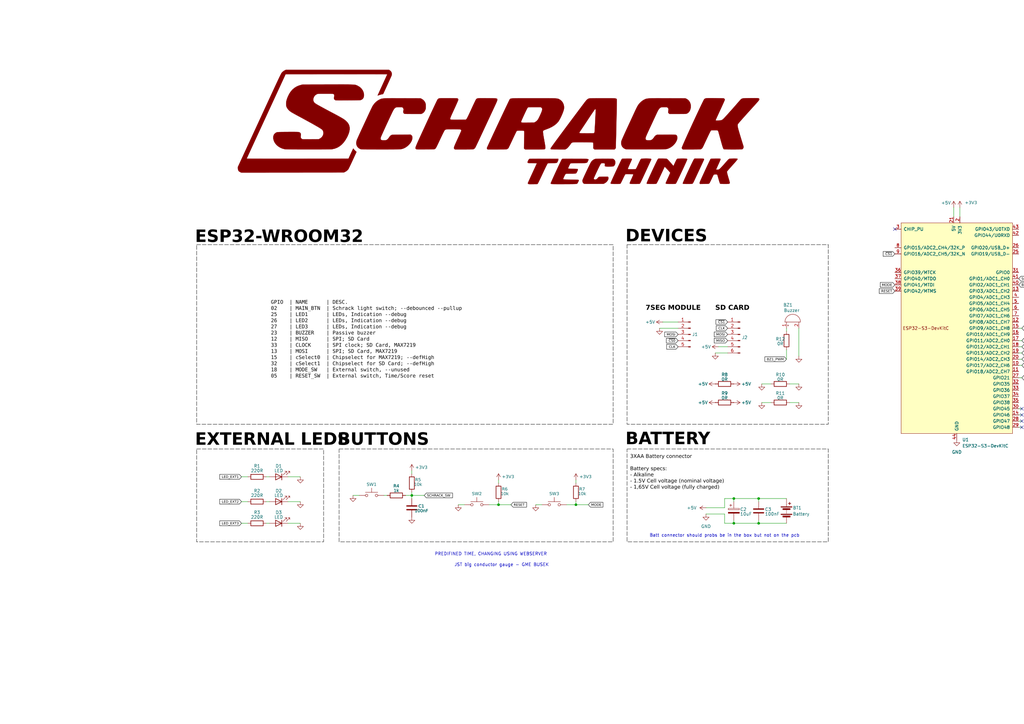
<source format=kicad_sch>
(kicad_sch (version 20231120) (generator "eeschema") (generator_version "8.0")
  (paper "A3")
  (title_block (title "SchrackStopwatch") (date "2024-08-14") (rev "v.1.0.0") (company "SPS NA PROSEKU") (comment 1 "SAVVA POPOV"))
  (lib_symbols
    (symbol "Connector:Conn_01x05_Pin" (pin_names (offset 1.016) hide)
      (property "Reference" "J" (at 0 7.62 0))
      (property "Value" "Conn_01x05_Pin" (at 0 -7.62 0))
      (symbol "Conn_01x05_Pin_1_1"
        (pin passive line (at 5.08 5.08 180) (length 3.81) (name "Pin_1") (number "1"))
        (pin passive line (at 5.08 2.54 180) (length 3.81) (name "Pin_2") (number "2"))
        (pin passive line (at 5.08 0 180) (length 3.81) (name "Pin_3") (number "3"))
        (pin passive line (at 5.08 -2.54 180) (length 3.81) (name "Pin_4") (number "4"))
        (pin passive line (at 5.08 -5.08 180) (length 3.81) (name "Pin_5") (number "5"))
      )
    )
    (symbol "Connector:Conn_01x06_Pin" (pin_names (offset 1.016) hide)
      (property "Reference" "J" (at 0 7.62 0))
      (property "Value" "Conn_01x06_Pin" (at 0 -10.16 0))
      (symbol "Conn_01x06_Pin_1_1"
        (pin passive line (at 5.08 5.08 180) (length 3.81) (name "Pin_1") (number "1"))
        (pin passive line (at 5.08 2.54 180) (length 3.81) (name "Pin_2") (number "2"))
        (pin passive line (at 5.08 0 180) (length 3.81) (name "Pin_3") (number "3"))
        (pin passive line (at 5.08 -2.54 180) (length 3.81) (name "Pin_4") (number "4"))
        (pin passive line (at 5.08 -5.08 180) (length 3.81) (name "Pin_5") (number "5"))
        (pin passive line (at 5.08 -7.62 180) (length 3.81) (name "Pin_6") (number "6"))
      )
    )
    (symbol "Device:Battery" (pin_numbers hide) (pin_names (offset 0) hide)
      (property "Reference" "BT" (at 2.54 2.54 0))
      (property "Value" "Battery" (at 2.54 0 0))
      (symbol "Battery_1_1"
        (pin passive line (at 0 5.08 270) (length 2.54) (name "+") (number "1"))
        (pin passive line (at 0 -5.08 90) (length 2.54) (name "-") (number "2"))
      )
    )
    (symbol "Device:Buzzer" (pin_names (offset 0.0254) hide)
      (property "Reference" "BZ" (at 3.81 1.27 0))
      (property "Value" "Buzzer" (at 3.81 -1.27 0))
      (symbol "Buzzer_1_1"
        (pin passive line (at -2.54 2.54 0) (length 2.54) (name "+") (number "1"))
        (pin passive line (at -2.54 -2.54 0) (length 2.54) (name "-") (number "2"))
      )
    )
    (symbol "Device:C" (pin_numbers hide) (pin_names (offset 0.254))
      (property "Reference" "C" (at 0.635 2.54 0))
      (property "Value" "C" (at 0.635 -2.54 0))
      (symbol "C_1_1"
        (pin passive line (at 0 3.81 270) (length 2.794) (name "~") (number "1"))
        (pin passive line (at 0 -3.81 90) (length 2.794) (name "~") (number "2"))
      )
    )
    (symbol "Device:C_Polarized" (pin_numbers hide) (pin_names (offset 0.254))
      (property "Reference" "C" (at 0.635 2.54 0))
      (property "Value" "C_Polarized" (at 0.635 -2.54 0))
      (symbol "C_Polarized_1_1"
        (pin passive line (at 0 3.81 270) (length 2.794) (name "~") (number "1"))
        (pin passive line (at 0 -3.81 90) (length 2.794) (name "~") (number "2"))
      )
    )
    (symbol "Device:LED" (pin_numbers hide) (pin_names (offset 1.016) hide)
      (property "Reference" "D" (at 0 2.54 0))
      (property "Value" "LED" (at 0 -2.54 0))
      (symbol "LED_1_1"
        (pin passive line (at -3.81 0 0) (length 2.54) (name "K") (number "1"))
        (pin passive line (at 3.81 0 180) (length 2.54) (name "A") (number "2"))
      )
    )
    (symbol "Device:R" (pin_numbers hide) (pin_names (offset 0))
      (property "Reference" "R" (at 2.032 0 90))
      (property "Value" "R" (at 0 0 90))
      (symbol "R_1_1"
        (pin passive line (at 0 3.81 270) (length 1.27) (name "~") (number "1"))
        (pin passive line (at 0 -3.81 90) (length 1.27) (name "~") (number "2"))
      )
    )
    (symbol "PCM_Espressif:ESP32-S3-DevKitC" (pin_names (offset 1.016))
      (property "Reference" "U" (at -22.86 48.26 0))
      (property "Value" "ESP32-S3-DevKitC" (at -22.86 45.72 0))
      (symbol "ESP32-S3-DevKitC_0_0"
        (text "ESP32-S3-DevKitC" (at -12.7 0 0) (effects (font (size 1.27 1.27))))
        (pin bidirectional line (at 25.4 -35.56 180) (length 2.54) (name "GPIO46") (number "14"))
        (pin bidirectional line (at 25.4 -10.16 180) (length 2.54) (name "GPIO13/ADC2_CH2") (number "19"))
        (pin bidirectional line (at -25.4 15.24 0) (length 2.54) (name "GPIO42/MTMS") (number "39"))
        (pin bidirectional line (at 25.4 17.78 180) (length 2.54) (name "GPIO2/ADC1_CH1") (number "40"))
        (pin bidirectional line (at 25.4 20.32 180) (length 2.54) (name "GPIO1/ADC1_CH0") (number "41"))
        (pin bidirectional line (at 25.4 38.1 180) (length 2.54) (name "GPIO44/U0RXD") (number "42"))
        (pin bidirectional line (at 25.4 40.64 180) (length 2.54) (name "GPIO43/U0TXD") (number "43"))
        (pin power_in line (at 0 -45.72 90) (length 2.54) (name "GND") (number "44"))
      )
      (symbol "ESP32-S3-DevKitC_0_1"
        (pin power_in line (at 1.27 45.72 270) (length 2.54) (name "3V3") (number "2"))
      )
      (symbol "ESP32-S3-DevKitC_1_1"
        (pin passive line (at 1.27 45.72 270) (length 2.54) hide (name "3V3") (number "1"))
        (pin bidirectional line (at 25.4 -15.24 180) (length 2.54) (name "GPIO17/ADC2_CH6") (number "10"))
        (pin bidirectional line (at 25.4 -17.78 180) (length 2.54) (name "GPIO18/ADC2_CH7") (number "11"))
        (pin bidirectional line (at 25.4 2.54 180) (length 2.54) (name "GPIO8/ADC1_CH7") (number "12"))
        (pin bidirectional line (at 25.4 15.24 180) (length 2.54) (name "GPIO3/ADC1_CH2") (number "13"))
        (pin bidirectional line (at 25.4 0 180) (length 2.54) (name "GPIO9/ADC1_CH8") (number "15"))
        (pin bidirectional line (at 25.4 -2.54 180) (length 2.54) (name "GPIO10/ADC1_CH9") (number "16"))
        (pin bidirectional line (at 25.4 -5.08 180) (length 2.54) (name "GPIO11/ADC2_CH0") (number "17"))
        (pin bidirectional line (at 25.4 -7.62 180) (length 2.54) (name "GPIO12/ADC2_CH1") (number "18"))
        (pin bidirectional line (at 25.4 -12.7 180) (length 2.54) (name "GPIO14/ADC2_CH3") (number "20"))
        (pin power_in line (at -1.27 45.72 270) (length 2.54) (name "5V") (number "21"))
        (pin passive line (at 0 -45.72 90) (length 2.54) hide (name "GND") (number "22"))
        (pin passive line (at 0 -45.72 90) (length 2.54) hide (name "GND") (number "23"))
        (pin passive line (at 0 -45.72 90) (length 2.54) hide (name "GND") (number "24"))
        (pin bidirectional line (at 25.4 30.48 180) (length 2.54) (name "GPIO19/USB_D-") (number "25"))
        (pin bidirectional line (at 25.4 33.02 180) (length 2.54) (name "GPIO20/USB_D+") (number "26"))
        (pin bidirectional line (at 25.4 -20.32 180) (length 2.54) (name "GPIO21") (number "27"))
        (pin bidirectional line (at 25.4 -38.1 180) (length 2.54) (name "GPIO47") (number "28"))
        (pin bidirectional line (at 25.4 -40.64 180) (length 2.54) (name "GPIO48") (number "29"))
        (pin input line (at -25.4 40.64 0) (length 2.54) (name "CHIP_PU") (number "3"))
        (pin bidirectional line (at 25.4 -33.02 180) (length 2.54) (name "GPIO45") (number "30"))
        (pin bidirectional line (at 25.4 22.86 180) (length 2.54) (name "GPIO0") (number "31"))
        (pin bidirectional line (at 25.4 -22.86 180) (length 2.54) (name "GPIO35") (number "32"))
        (pin bidirectional line (at 25.4 -25.4 180) (length 2.54) (name "GPIO36") (number "33"))
        (pin bidirectional line (at 25.4 -27.94 180) (length 2.54) (name "GPIO37") (number "34"))
        (pin bidirectional line (at 25.4 -30.48 180) (length 2.54) (name "GPIO38") (number "35"))
        (pin bidirectional line (at -25.4 22.86 0) (length 2.54) (name "GPIO39/MTCK") (number "36"))
        (pin bidirectional line (at -25.4 20.32 0) (length 2.54) (name "GPIO40/MTDO") (number "37"))
        (pin bidirectional line (at -25.4 17.78 0) (length 2.54) (name "GPIO41/MTDI") (number "38"))
        (pin bidirectional line (at 25.4 12.7 180) (length 2.54) (name "GPIO4/ADC1_CH3") (number "4"))
        (pin bidirectional line (at 25.4 10.16 180) (length 2.54) (name "GPIO5/ADC1_CH4") (number "5"))
        (pin bidirectional line (at 25.4 7.62 180) (length 2.54) (name "GPIO6/ADC1_CH5") (number "6"))
        (pin bidirectional line (at 25.4 5.08 180) (length 2.54) (name "GPIO7/ADC1_CH6") (number "7"))
        (pin bidirectional line (at -25.4 33.02 0) (length 2.54) (name "GPIO15/ADC2_CH4/32K_P") (number "8"))
        (pin bidirectional line (at -25.4 30.48 0) (length 2.54) (name "GPIO16/ADC2_CH5/32K_N") (number "9"))
      )
    )
    (symbol "SCHRACK:LOGO" (pin_names (offset 1.016)))
    (symbol "Switch:SW_Push" (pin_numbers hide) (pin_names (offset 1.016) hide)
      (property "Reference" "SW" (at 1.27 2.54 0))
      (property "Value" "SW_Push" (at 0 -1.524 0))
      (symbol "SW_Push_0_1"
        (pin passive line (at -5.08 0 0) (length 2.54) (name "1") (number "1"))
        (pin passive line (at 5.08 0 180) (length 2.54) (name "2") (number "2"))
      )
    )
    (symbol "power:+3V3" (power) (pin_names (offset 0))
      (property "Value" "+3V3" (at 0 3.556 0))
      (symbol "+3V3_1_1"
        (pin power_in line (at 0 0 90) (length 0) hide (name "+3V3") (number "1"))
      )
    )
    (symbol "power:+5V" (power) (pin_numbers hide) (pin_names (offset 0) hide)
      (property "Value" "+5V" (at 0 3.556 0))
      (symbol "+5V_1_1"
        (pin power_in line (at 0 0 90) (length 0) (name "~") (number "1"))
      )
    )
    (symbol "power:GND" (power) (pin_names (offset 0))
      (property "Value" "GND" (at 0 -3.81 0))
      (symbol "GND_1_1"
        (pin power_in line (at 0 0 270) (length 0) hide (name "GND") (number "1"))
      )
    )
  )
  (junction (at 300.99 214.63))
  (junction (at 300.99 204.47))
  (junction (at 311.15 204.47))
  (junction (at 311.15 214.63))
  (junction (at 236.22 207.01))
  (junction (at 204.47 207.01))
  (junction (at 168.91 203.2))
  (no_connect (at 419.1 170.18))
  (no_connect (at 419.1 167.64))
  (no_connect (at 419.1 172.72))
  (no_connect (at 367.03 93.98))
  (no_connect (at 419.1 175.26))
  (wire (pts (xy 157.48 203.2) (xy 158.75 203.2)))
  (wire (pts (xy 327.66 146.05) (xy 327.66 134.62)))
  (wire (pts (xy 327.66 157.48) (xy 323.85 157.48)))
  (wire (pts (xy 419.1 139.7) (xy 417.83 139.7)))
  (wire (pts (xy 168.91 201.93) (xy 168.91 203.2)))
  (wire (pts (xy 312.42 165.1) (xy 316.23 165.1)))
  (wire (pts (xy 300.99 214.63) (xy 311.15 214.63)) (stroke (width 0.1524)))
  (wire (pts (xy 109.22 205.74) (xy 110.49 205.74)))
  (wire (pts (xy 168.91 193.04) (xy 168.91 194.31)))
  (wire (pts (xy 219.71 207.01) (xy 222.25 207.01)))
  (wire (pts (xy 101.6 205.74) (xy 99.06 205.74)))
  (wire (pts (xy 241.3 207.01) (xy 236.22 207.01)))
  (wire (pts (xy 118.11 205.74) (xy 123.19 205.74)))
  (wire (pts (xy 300.99 213.36) (xy 300.99 214.63)))
  (wire (pts (xy 419.1 172.72) (xy 417.83 172.72)))
  (wire (pts (xy 311.15 213.36) (xy 311.15 214.63)))
  (wire (pts (xy 419.1 154.94) (xy 417.83 154.94)))
  (wire (pts (xy 204.47 205.74) (xy 204.47 207.01)))
  (wire (pts (xy 327.66 165.1) (xy 323.85 165.1)))
  (wire (pts (xy 419.1 134.62) (xy 417.83 134.62)))
  (wire (pts (xy 209.55 207.01) (xy 204.47 207.01)))
  (wire (pts (xy 289.56 208.28) (xy 297.18 208.28)) (stroke (width 0.1524)))
  (wire (pts (xy 419.1 142.24) (xy 417.83 142.24)))
  (wire (pts (xy 144.78 203.2) (xy 147.32 203.2)))
  (wire (pts (xy 311.15 204.47) (xy 311.15 205.74)))
  (wire (pts (xy 289.56 210.82) (xy 297.18 210.82)) (stroke (width 0.1524)))
  (wire (pts (xy 200.66 207.01) (xy 204.47 207.01)))
  (wire (pts (xy 109.22 214.63) (xy 110.49 214.63)))
  (wire (pts (xy 297.18 208.28) (xy 297.18 204.47)) (stroke (width 0.1524)))
  (wire (pts (xy 297.18 214.63) (xy 300.99 214.63)) (stroke (width 0.1524)))
  (wire (pts (xy 419.1 167.64) (xy 417.83 167.64)))
  (wire (pts (xy 311.15 204.47) (xy 322.58 204.47)) (stroke (width 0.1524)))
  (wire (pts (xy 236.22 205.74) (xy 236.22 207.01)))
  (wire (pts (xy 419.1 144.78) (xy 417.83 144.78)))
  (wire (pts (xy 300.99 204.47) (xy 311.15 204.47)) (stroke (width 0.1524)))
  (wire (pts (xy 419.1 170.18) (xy 417.83 170.18)))
  (wire (pts (xy 168.91 204.47) (xy 168.91 203.2)))
  (wire (pts (xy 322.58 147.32) (xy 322.58 143.51)))
  (wire (pts (xy 270.51 134.62) (xy 278.13 134.62)))
  (wire (pts (xy 322.58 135.89) (xy 322.58 134.62)))
  (wire (pts (xy 109.22 195.58) (xy 110.49 195.58)))
  (wire (pts (xy 271.78 132.08) (xy 278.13 132.08)))
  (wire (pts (xy 297.18 210.82) (xy 297.18 214.63)) (stroke (width 0.1524)))
  (wire (pts (xy 173.99 203.2) (xy 168.91 203.2)))
  (wire (pts (xy 293.37 144.78) (xy 298.45 144.78)))
  (wire (pts (xy 297.18 204.47) (xy 300.99 204.47)) (stroke (width 0.1524)))
  (wire (pts (xy 419.1 149.86) (xy 417.83 149.86)))
  (wire (pts (xy 118.11 195.58) (xy 123.19 195.58)))
  (wire (pts (xy 393.7 85.09) (xy 393.7 88.9)))
  (wire (pts (xy 118.11 214.63) (xy 123.19 214.63)))
  (wire (pts (xy 204.47 196.85) (xy 204.47 198.12)))
  (wire (pts (xy 419.1 175.26) (xy 417.83 175.26)))
  (wire (pts (xy 232.41 207.01) (xy 236.22 207.01)))
  (wire (pts (xy 391.16 85.09) (xy 391.16 88.9)))
  (wire (pts (xy 294.64 142.24) (xy 298.45 142.24)))
  (wire (pts (xy 187.96 207.01) (xy 190.5 207.01)))
  (wire (pts (xy 311.15 214.63) (xy 322.58 214.63)) (stroke (width 0.1524)))
  (wire (pts (xy 312.42 157.48) (xy 316.23 157.48)))
  (wire (pts (xy 300.99 204.47) (xy 300.99 205.74)))
  (wire (pts (xy 99.06 195.58) (xy 101.6 195.58)))
  (wire (pts (xy 236.22 196.85) (xy 236.22 198.12)))
  (wire (pts (xy 101.6 214.63) (xy 99.06 214.63)))
  (wire (pts (xy 166.37 203.2) (xy 168.91 203.2)))
  (wire (pts (xy 419.1 147.32) (xy 417.83 147.32)))
  (rectangle (start 257.175 184.15) (end 339.725 222.25) (stroke (width 0) (type dash) (color 0 0 0 1)))
  (rectangle (start 139.065 184.15) (end 251.46 222.25) (stroke (width 0) (type dash) (color 0 0 0 1)))
  (rectangle (start 80.645 184.15) (end 132.715 222.25) (stroke (width 0) (type dash) (color 0 0 0 1)))
  (rectangle (start 257.175 100.33) (end 339.725 173.99) (stroke (width 0) (type dash) (color 0 0 0 1)))
  (rectangle (start 80.645 100.33) (end 251.46 173.99) (stroke (width 0) (type dash) (color 0 0 0 1)))
  (text "GPIO  | NAME      | DESC. \n02    | MAIN_BTN  | Schrack light switch; --debounced --pullup \n25    | LED1      | LEDs, Indication --debug\n26    | LED2      | LEDs, Indication --debug\n27    | LED3      | LEDs, Indication --debug\n23    | BUZZER    | Passive buzzer\n12    | MISO      | SPI; SD Card\n33    | CLOCK     | SPI clock; SD Card, MAX7219\n13    | MOSI      | SPI; SD Card, MAX7219\n15    | cSelect0  | Chipselect for MAX7219; --defHigh\n32    | cSelect1  | Chipselect for SD Card; --defHigh\n18    | MODE_SW   | External switch, --unused\n05    | RESET_SW  | External switch, Time/Score reset\n\n" (at 111.125 140.97 0) (effects (font (size 1.5 1.5)) (justify left)))
  (text "3XAA Battery connector\n\nBattery specs:\n- Alkaline \n- 1.5V Cell voltage (nominal voltage)\n- 1,65V Cell voltage (fully charged)" (at 258.445 201.295 0) (effects (font (size 1.5 1.5) (italic yes)) (justify left bottom)))
  (text "PREDIFINED TIME, CHANGING USING WEBSERVER" (at 201.295 227.33 0) (effects (font (size 1.27 1.27))))
  (text "JST big conductor gauge - GME BUSEK" (at 205.74 231.775 0) (effects (font (size 1.27 1.27))))
  (text "BATTERY" (at 256.54 181.61 0) (effects (font (size 5 5) (thickness 1.2) (bold yes)) (justify left)))
  (text "BUTTONS" (at 138.43 184.785 0) (effects (font (size 5 5) (bold yes)) (justify left bottom)))
  (text "ESP32-WROOM32" (at 80.01 101.6 0) (effects (font (size 5 5) (bold yes)) (justify left bottom)))
  (text "EXTERNAL LEDS" (at 80.01 184.785 0) (effects (font (size 5 5) (bold yes)) (justify left bottom)))
  (text "SD CARD" (at 293.37 127 0) (effects (font (size 2 2) (thickness 1.2) (bold yes)) (justify left)))
  (text "Batt connector should probs be in the box but not on the pcb" (at 297.18 219.71 0) (effects (font (size 1.27 1.27))))
  (text "7SEG MODULE" (at 264.795 127 0) (effects (font (size 2 2) (thickness 1.2) (bold yes)) (justify left)))
  (text "DEVICES" (at 256.54 98.425 0) (effects (font (size 5 5) (thickness 1.2) (bold yes)) (justify left)))
  (global_label "RESET" (shape input) (at 209.55 207.01 0) (effects (font (size 1 1))) (property "Intersheetrefs" "${INTERSHEET_REFS}" (effects (hide yes))))
  (global_label "MODE" (shape input) (at 367.03 116.84 180) (effects (font (size 1 1))) (property "Intersheetrefs" "${INTERSHEET_REFS}" (effects (hide yes))))
  (global_label "~{CS1}" (shape input) (at 298.45 132.08 180) (effects (font (size 1 1))) (property "Intersheetrefs" "${INTERSHEET_REFS}" (effects (hide yes))))
  (global_label "LED_EXT3" (shape input) (at 99.06 214.63 180) (effects (font (size 1 1))) (property "Intersheetrefs" "${INTERSHEET_REFS}" (effects (hide yes))))
  (global_label "CLK" (shape input) (at 298.45 134.62 180) (effects (font (size 1 1))) (property "Intersheetrefs" "${INTERSHEET_REFS}" (effects (hide yes))))
  (global_label "LED_EXT3" (shape input) (at 419.1 139.7 0) (effects (font (size 1 1))) (property "Intersheetrefs" "${INTERSHEET_REFS}" (effects (hide yes))))
  (global_label "MISO" (shape input) (at 298.45 139.7 180) (effects (font (size 1 1))) (property "Intersheetrefs" "${INTERSHEET_REFS}" (effects (hide yes))))
  (global_label "SCHRACK_SW" (shape input) (at 173.99 203.2 0) (effects (font (size 1 1))) (property "Intersheetrefs" "${INTERSHEET_REFS}" (effects (hide yes))))
  (global_label "LED_EXT2" (shape input) (at 99.06 205.74 180) (effects (font (size 1 1))) (property "Intersheetrefs" "${INTERSHEET_REFS}" (effects (hide yes))))
  (global_label "LED_EXT1" (shape input) (at 419.1 144.78 0) (effects (font (size 1 1))) (property "Intersheetrefs" "${INTERSHEET_REFS}" (effects (hide yes))))
  (global_label "BZ1_PWM" (shape input) (at 417.83 116.84 0) (effects (font (size 1 1))) (property "Intersheetrefs" "${INTERSHEET_REFS}" (effects (hide yes))))
  (global_label "CLK" (shape input) (at 278.13 142.24 180) (effects (font (size 1 1))) (property "Intersheetrefs" "${INTERSHEET_REFS}" (effects (hide yes))))
  (global_label "LED_EXT2" (shape input) (at 419.1 142.24 0) (effects (font (size 1 1))) (property "Intersheetrefs" "${INTERSHEET_REFS}" (effects (hide yes))))
  (global_label "RESET" (shape input) (at 367.03 119.38 180) (effects (font (size 1 1))) (property "Intersheetrefs" "${INTERSHEET_REFS}" (effects (hide yes))))
  (global_label "MOSI" (shape input) (at 278.13 137.16 180) (effects (font (size 1 1))) (property "Intersheetrefs" "${INTERSHEET_REFS}" (effects (hide yes))))
  (global_label "~{CS0}" (shape input) (at 278.13 139.7 180) (effects (font (size 1 1))) (property "Intersheetrefs" "${INTERSHEET_REFS}" (effects (hide yes))))
  (global_label "MODE" (shape input) (at 241.3 207.01 0) (effects (font (size 1 1))) (property "Intersheetrefs" "${INTERSHEET_REFS}" (effects (hide yes))))
  (global_label "BZ1_PWM" (shape input) (at 322.58 147.32 180) (effects (font (size 1 1))) (property "Intersheetrefs" "${INTERSHEET_REFS}" (effects (hide yes))))
  (global_label "CLK" (shape input) (at 419.1 149.86 0) (effects (font (size 1 1))) (property "Intersheetrefs" "${INTERSHEET_REFS}" (effects (hide yes))))
  (global_label "~{CS0}" (shape input) (at 419.1 154.94 0) (effects (font (size 1 1))) (property "Intersheetrefs" "${INTERSHEET_REFS}" (effects (hide yes))))
  (global_label "MOSI" (shape input) (at 298.45 137.16 180) (effects (font (size 1 1))) (property "Intersheetrefs" "${INTERSHEET_REFS}" (effects (hide yes))))
  (global_label "MOSI" (shape input) (at 419.1 147.32 0) (effects (font (size 1 1))) (property "Intersheetrefs" "${INTERSHEET_REFS}" (effects (hide yes))))
  (global_label "~{CS1}" (shape input) (at 367.03 104.14 180) (effects (font (size 1 1))) (property "Intersheetrefs" "${INTERSHEET_REFS}" (effects (hide yes))))
  (global_label "LED_EXT1" (shape input) (at 99.06 195.58 180) (effects (font (size 1 1))) (property "Intersheetrefs" "${INTERSHEET_REFS}" (effects (hide yes))))
  (global_label "MISO" (shape input) (at 419.1 134.62 0) (effects (font (size 1 1))) (property "Intersheetrefs" "${INTERSHEET_REFS}" (effects (hide yes))))
  (global_label "SCHRACK_SW" (shape input) (at 417.83 114.3 0) (effects (font (size 1 1))) (property "Intersheetrefs" "${INTERSHEET_REFS}" (effects (hide yes))))
  (symbol (lib_id "Device:R") (at 322.58 139.7 180) (unit 1)
    (property "Reference" "R12" (at 320.04 139.065 0))
    (property "Value" "0R" (at 320.04 140.97 0))
    (property "Footprint" "Resistor_THT:R_Axial_DIN0207_L6.3mm_D2.5mm_P10.16mm_Horizontal" (effects (hide yes)))
    (property "Description" "Resistor" (effects (hide yes)))
  )
  (symbol (lib_id "SCHRACK:LOGO") (at 204.47 52.07 0) (unit 1)
    (property "Reference" "#G1" (effects (hide yes)))
    (property "Value" "LOGO" (effects (hide yes)))
  )
  (symbol (lib_id "power:GND") (at 293.37 144.78 0) (unit 1)
    (property "Reference" "#PWR015" (effects (hide yes)))
    (property "Value" "GND" (effects (hide yes)))
  )
  (symbol (lib_id "power:+5V") (at 391.16 85.09 0) (unit 1)
    (property "Reference" "#PWR026" (effects (hide yes)))
    (property "Value" "+5V" (at 387.985 83.185 0))
    (property "Description" "Power symbol creates a global label with name \"+5V\"" (effects (hide yes)))
  )
  (symbol (lib_id "power:GND") (at 187.96 207.01 0) (unit 1)
    (property "Reference" "#PWR07" (effects (hide yes)))
    (property "Value" "GND" (effects (hide yes)))
  )
  (symbol (lib_id "power:GND") (at 312.42 157.48 0) (unit 1)
    (property "Reference" "#PWR021" (effects (hide yes)))
    (property "Value" "GND" (effects (hide yes)))
  )
  (symbol (lib_id "power:GND") (at 289.56 210.82 0) (unit 1)
    (property "Reference" "#PWR014" (effects (hide yes)))
    (property "Value" "GND" (at 289.56 215.9 0))
    (property "Description" "Power symbol creates a global label with name \"GND\" , ground" (effects (hide yes)))
  )
  (symbol (lib_id "power:+5V") (at 300.99 157.48 270) (unit 1)
    (property "Reference" "#PWR019" (effects (hide yes)))
    (property "Value" "+5V" (at 306.07 157.48 90))
    (property "Description" "Power symbol creates a global label with name \"+5V\"" (effects (hide yes)))
  )
  (symbol (lib_id "Connector:Conn_01x06_Pin") (at 303.53 137.16 0) (mirror y) (unit 1)
    (property "Reference" "J2" (at 305.435 138.43 0))
    (property "Value" "Conn_01x06_Pin" (effects (hide yes)))
    (property "Footprint" "Connector_PinHeader_2.54mm:PinHeader_1x06_P2.54mm_Vertical" (effects (hide yes)))
    (property "Description" "Generic connector, single row, 01x06, script generated" (effects (hide yes)))
  )
  (symbol (lib_id "Device:LED") (at 114.3 195.58 180) (unit 1)
    (property "Reference" "D1" (at 114.3 191.135 0))
    (property "Value" "LED" (at 114.3 193.04 0))
    (property "Footprint" "LED_THT:LED_D5.0mm" (effects (hide yes)))
    (property "Description" "Light emitting diode" (effects (hide yes)))
  )
  (symbol (lib_id "Device:R") (at 105.41 195.58 270) (mirror x) (unit 1)
    (property "Reference" "R1" (at 105.41 191.135 90))
    (property "Value" "220R" (at 105.41 193.04 90))
    (property "Footprint" "Resistor_THT:R_Axial_DIN0207_L6.3mm_D2.5mm_P10.16mm_Horizontal" (effects (hide yes)))
    (property "Description" "Resistor" (effects (hide yes)))
  )
  (symbol (lib_id "power:+3V3") (at 168.91 193.04 0) (unit 1)
    (property "Reference" "#PWR05" (effects (hide yes)))
    (property "Value" "+3V3" (at 170.18 191.77 0) (effects (justify left)))
  )
  (symbol (lib_id "power:GND") (at 327.66 146.05 0) (unit 1)
    (property "Reference" "#PWR023" (effects (hide yes)))
    (property "Value" "GND" (effects (hide yes)))
  )
  (symbol (lib_id "power:GND") (at 327.66 165.1 0) (unit 1)
    (property "Reference" "#PWR025" (effects (hide yes)))
    (property "Value" "GND" (effects (hide yes)))
  )
  (symbol (lib_id "power:GND") (at 123.19 205.74 0) (unit 1)
    (property "Reference" "#PWR02" (effects (hide yes)))
    (property "Value" "GND" (effects (hide yes)))
  )
  (symbol (lib_id "power:GND") (at 270.51 134.62 0) (unit 1)
    (property "Reference" "#PWR011" (effects (hide yes)))
    (property "Value" "GND" (effects (hide yes)))
  )
  (symbol (lib_id "PCM_Espressif:ESP32-S3-DevKitC") (at 392.43 134.62 0) (unit 1)
    (property "Reference" "U1" (at 394.6241 180.34 0) (effects (justify left)))
    (property "Value" "ESP32-S3-DevKitC" (at 394.6241 182.88 0) (effects (justify left)))
    (property "Footprint" "PCM_Espressif:ESP32-S3-DevKitC" (effects (hide yes)))
    (property "Description" "ESP32-S3-DevKitC" (effects (hide yes)))
  )
  (symbol (lib_id "power:+3V3") (at 204.47 196.85 0) (unit 1)
    (property "Reference" "#PWR08" (effects (hide yes)))
    (property "Value" "+3V3" (at 205.74 195.58 0) (effects (justify left)))
  )
  (symbol (lib_id "Device:R") (at 297.18 157.48 270) (unit 1)
    (property "Reference" "R8" (at 297.18 153.67 90))
    (property "Value" "0R" (at 297.18 155.575 90))
    (property "Footprint" "Resistor_THT:R_Axial_DIN0207_L6.3mm_D2.5mm_P10.16mm_Horizontal" (effects (hide yes)))
    (property "Description" "Resistor" (effects (hide yes)))
  )
  (symbol (lib_id "power:+5V") (at 293.37 165.1 90) (unit 1)
    (property "Reference" "#PWR017" (effects (hide yes)))
    (property "Value" "+5V" (at 288.29 165.1 90))
    (property "Description" "Power symbol creates a global label with name \"+5V\"" (effects (hide yes)))
  )
  (symbol (lib_id "power:+5V") (at 289.56 208.28 90) (unit 1)
    (property "Reference" "#PWR013" (effects (hide yes)))
    (property "Value" "+5V" (at 285.75 208.2799 90) (effects (justify left)))
    (property "Description" "Power symbol creates a global label with name \"+5V\"" (effects (hide yes)))
  )
  (symbol (lib_id "Device:LED") (at 114.3 205.74 180) (unit 1)
    (property "Reference" "D2" (at 114.3 201.295 0))
    (property "Value" "LED" (at 114.3 203.2 0))
    (property "Footprint" "LED_THT:LED_D5.0mm" (effects (hide yes)))
    (property "Description" "Light emitting diode" (effects (hide yes)))
  )
  (symbol (lib_id "power:+5V") (at 271.78 132.08 90) (unit 1)
    (property "Reference" "#PWR012" (effects (hide yes)))
    (property "Value" "+5V" (at 266.7 132.08 90))
    (property "Description" "Power symbol creates a global label with name \"+5V\"" (effects (hide yes)))
  )
  (symbol (lib_id "Device:R") (at 236.22 201.93 180) (unit 1)
    (property "Reference" "R7" (at 238.76 200.66 0))
    (property "Value" "10k" (at 238.76 202.565 0))
    (property "Footprint" "Resistor_THT:R_Axial_DIN0207_L6.3mm_D2.5mm_P10.16mm_Horizontal" (effects (hide yes)))
  )
  (symbol (lib_id "power:GND") (at 144.78 203.2 0) (unit 1)
    (property "Reference" "#PWR04" (effects (hide yes)))
    (property "Value" "GND" (effects (hide yes)))
  )
  (symbol (lib_id "Device:R") (at 162.56 203.2 270) (unit 1)
    (property "Reference" "R4" (at 162.56 199.39 90))
    (property "Value" "1k" (at 162.56 201.295 90))
    (property "Footprint" "Resistor_THT:R_Axial_DIN0207_L6.3mm_D2.5mm_P10.16mm_Horizontal" (effects (hide yes)))
  )
  (symbol (lib_id "power:GND") (at 312.42 165.1 0) (unit 1)
    (property "Reference" "#PWR022" (effects (hide yes)))
    (property "Value" "GND" (effects (hide yes)))
  )
  (symbol (lib_id "Device:R") (at 168.91 198.12 180) (unit 1)
    (property "Reference" "R5" (at 171.45 196.85 0))
    (property "Value" "10k" (at 171.45 198.755 0))
    (property "Footprint" "Resistor_THT:R_Axial_DIN0207_L6.3mm_D2.5mm_P10.16mm_Horizontal" (effects (hide yes)))
  )
  (symbol (lib_id "Device:R") (at 297.18 165.1 270) (unit 1)
    (property "Reference" "R9" (at 297.18 161.29 90))
    (property "Value" "0R" (at 297.18 163.195 90))
    (property "Footprint" "Resistor_THT:R_Axial_DIN0207_L6.3mm_D2.5mm_P10.16mm_Horizontal" (effects (hide yes)))
    (property "Description" "Resistor" (effects (hide yes)))
  )
  (symbol (lib_id "Device:R") (at 204.47 201.93 180) (unit 1)
    (property "Reference" "R6" (at 207.01 200.66 0))
    (property "Value" "10k" (at 207.01 202.565 0))
    (property "Footprint" "Resistor_THT:R_Axial_DIN0207_L6.3mm_D2.5mm_P10.16mm_Horizontal" (effects (hide yes)))
  )
  (symbol (lib_id "Switch:SW_Push") (at 152.4 203.2 0) (unit 1)
    (property "Reference" "SW1" (at 152.4 198.755 0))
    (property "Value" "SW_Push" (effects (hide yes)))
    (property "Footprint" "Schrack_brd:SOLDER_PADS" (effects (hide yes)))
  )
  (symbol (lib_id "power:GND") (at 168.91 212.09 0) (unit 1)
    (property "Reference" "#PWR06" (effects (hide yes)))
    (property "Value" "GND" (effects (hide yes)))
  )
  (symbol (lib_id "Device:C") (at 311.15 209.55 0) (unit 1)
    (property "Reference" "C3" (at 313.69 208.915 0) (effects (justify left)))
    (property "Value" "100nF" (at 313.69 210.82 0) (effects (justify left)))
    (property "Footprint" "Capacitor_THT:C_Disc_D6.0mm_W2.5mm_P5.00mm" (effects (hide yes)))
    (property "Description" "Unpolarized capacitor" (effects (hide yes)))
  )
  (symbol (lib_id "power:GND") (at 123.19 214.63 0) (unit 1)
    (property "Reference" "#PWR03" (effects (hide yes)))
    (property "Value" "GND" (effects (hide yes)))
  )
  (symbol (lib_id "Device:C_Polarized") (at 300.99 209.55 0) (unit 1)
    (property "Reference" "C2" (at 303.53 208.915 0) (effects (justify left)))
    (property "Value" "10uF" (at 303.53 210.82 0) (effects (justify left)))
    (property "Footprint" "Capacitor_THT:CP_Radial_D6.3mm_P2.50mm" (effects (hide yes)))
    (property "Description" "Polarized capacitor" (effects (hide yes)))
  )
  (symbol (lib_id "power:+5V") (at 300.99 165.1 270) (unit 1)
    (property "Reference" "#PWR020" (effects (hide yes)))
    (property "Value" "+5V" (at 306.07 165.1 90))
    (property "Description" "Power symbol creates a global label with name \"+5V\"" (effects (hide yes)))
  )
  (symbol (lib_id "Device:Battery") (at 322.58 209.55 0) (unit 1)
    (property "Reference" "BT1" (at 325.12 208.28 0) (effects (justify left)))
    (property "Value" "Battery" (at 325.12 210.82 0) (effects (justify left)))
    (property "Footprint" "Schrack_brd:SOLDER_PADS" (effects (hide yes)))
    (property "Datasheet" "https://www.gme.cz/v/1506925/sbh-331-1as-drzak-baterie-3xaa" (effects (hide yes)))
    (property "Description" "Multiple-cell battery" (effects (hide yes)))
  )
  (symbol (lib_id "power:+3V3") (at 393.7 85.09 0) (unit 1)
    (property "Reference" "#PWR028" (effects (hide yes)))
    (property "Value" "+3V3" (at 395.605 83.185 0) (effects (justify left)))
  )
  (symbol (lib_id "Device:C") (at 168.91 208.28 180) (unit 1)
    (property "Reference" "C1" (at 173.99 207.645 0) (effects (justify left)))
    (property "Value" "100nF" (at 175.895 209.55 0) (effects (justify left)))
    (property "Footprint" "Capacitor_THT:C_Disc_D6.0mm_W2.5mm_P5.00mm" (effects (hide yes)))
  )
  (symbol (lib_id "Device:LED") (at 114.3 214.63 180) (unit 1)
    (property "Reference" "D3" (at 114.3 210.185 0))
    (property "Value" "LED" (at 114.3 212.09 0))
    (property "Footprint" "LED_THT:LED_D5.0mm" (effects (hide yes)))
    (property "Description" "Light emitting diode" (effects (hide yes)))
  )
  (symbol (lib_id "power:GND") (at 392.43 180.34 0) (unit 1)
    (property "Reference" "#PWR027" (effects (hide yes)))
    (property "Value" "GND" (at 392.43 185.42 0))
    (property "Description" "Power symbol creates a global label with name \"GND\" , ground" (effects (hide yes)))
  )
  (symbol (lib_id "power:+5V") (at 293.37 157.48 90) (unit 1)
    (property "Reference" "#PWR016" (effects (hide yes)))
    (property "Value" "+5V" (at 288.29 157.48 90))
    (property "Description" "Power symbol creates a global label with name \"+5V\"" (effects (hide yes)))
  )
  (symbol (lib_id "Connector:Conn_01x05_Pin") (at 283.21 137.16 0) (mirror y) (unit 1)
    (property "Reference" "J1" (at 283.845 137.16 0) (effects (justify right)))
    (property "Value" "Conn_01x05_Pin" (effects (hide yes)))
    (property "Footprint" "Connector_PinHeader_2.54mm:PinHeader_1x05_P2.54mm_Vertical" (effects (hide yes)))
    (property "Description" "Generic connector, single row, 01x05, script generated" (effects (hide yes)))
  )
  (symbol (lib_id "Device:Buzzer") (at 325.12 132.08 90) (unit 1)
    (property "Reference" "BZ1" (at 325.12 125.095 90) (effects (justify left)))
    (property "Value" "Buzzer" (at 327.9775 127.3176 90) (effects (justify left)))
    (property "Footprint" "Buzzer_Beeper:Buzzer_12x9.5RM7.6" (effects (hide yes)))
    (property "Datasheet" "https://cz.mouser.com/ProductDetail/CUI-Devices/CPT-1625-80-SMT-TR?qs=P1JMDcb91o43eCFIymFs3Q%3D%3D" (effects (hide yes)))
    (property "Description" "Buzzer, polarized" (effects (hide yes)))
  )
  (symbol (lib_id "Device:R") (at 320.04 165.1 270) (unit 1)
    (property "Reference" "R11" (at 320.04 161.29 90))
    (property "Value" "0R" (at 320.04 163.195 90))
    (property "Footprint" "Resistor_THT:R_Axial_DIN0207_L6.3mm_D2.5mm_P10.16mm_Horizontal" (effects (hide yes)))
    (property "Description" "Resistor" (effects (hide yes)))
  )
  (symbol (lib_id "Device:R") (at 105.41 205.74 270) (mirror x) (unit 1)
    (property "Reference" "R2" (at 105.41 201.295 90))
    (property "Value" "220R" (at 105.41 203.2 90))
    (property "Footprint" "Resistor_THT:R_Axial_DIN0207_L6.3mm_D2.5mm_P10.16mm_Horizontal" (effects (hide yes)))
    (property "Description" "Resistor" (effects (hide yes)))
  )
  (symbol (lib_id "Device:R") (at 320.04 157.48 270) (unit 1)
    (property "Reference" "R10" (at 320.04 153.67 90))
    (property "Value" "0R" (at 320.04 155.575 90))
    (property "Footprint" "Resistor_THT:R_Axial_DIN0207_L6.3mm_D2.5mm_P10.16mm_Horizontal" (effects (hide yes)))
    (property "Description" "Resistor" (effects (hide yes)))
  )
  (symbol (lib_id "power:+5V") (at 294.64 142.24 90) (unit 1)
    (property "Reference" "#PWR018" (effects (hide yes)))
    (property "Value" "+5V" (at 289.56 142.24 90))
    (property "Description" "Power symbol creates a global label with name \"+5V\"" (effects (hide yes)))
  )
  (symbol (lib_id "Switch:SW_Push") (at 195.58 207.01 0) (unit 1)
    (property "Reference" "SW2" (at 195.58 202.565 0))
    (property "Value" "SW_Push" (effects (hide yes)))
    (property "Footprint" "Button_Switch_THT:SW_PUSH_6mm_H5mm" (effects (hide yes)))
  )
  (symbol (lib_id "power:GND") (at 123.19 195.58 0) (unit 1)
    (property "Reference" "#PWR01" (effects (hide yes)))
    (property "Value" "GND" (effects (hide yes)))
  )
  (symbol (lib_id "power:GND") (at 327.66 157.48 0) (unit 1)
    (property "Reference" "#PWR024" (effects (hide yes)))
    (property "Value" "GND" (effects (hide yes)))
  )
  (symbol (lib_id "power:GND") (at 219.71 207.01 0) (unit 1)
    (property "Reference" "#PWR09" (effects (hide yes)))
    (property "Value" "GND" (effects (hide yes)))
  )
  (symbol (lib_id "Switch:SW_Push") (at 227.33 207.01 0) (unit 1)
    (property "Reference" "SW3" (at 227.33 202.565 0))
    (property "Value" "SW_Push" (effects (hide yes)))
    (property "Footprint" "Button_Switch_THT:SW_PUSH_6mm_H5mm" (effects (hide yes)))
  )
  (symbol (lib_id "power:+3V3") (at 236.22 196.85 0) (unit 1)
    (property "Reference" "#PWR010" (effects (hide yes)))
    (property "Value" "+3V3" (at 237.49 195.58 0) (effects (justify left)))
  )
  (symbol (lib_id "Device:R") (at 105.41 214.63 270) (mirror x) (unit 1)
    (property "Reference" "R3" (at 105.41 210.185 90))
    (property "Value" "220R" (at 105.41 212.09 90))
    (property "Footprint" "Resistor_THT:R_Axial_DIN0207_L6.3mm_D2.5mm_P10.16mm_Horizontal" (effects (hide yes)))
    (property "Description" "Resistor" (effects (hide yes)))
  )
)
</source>
